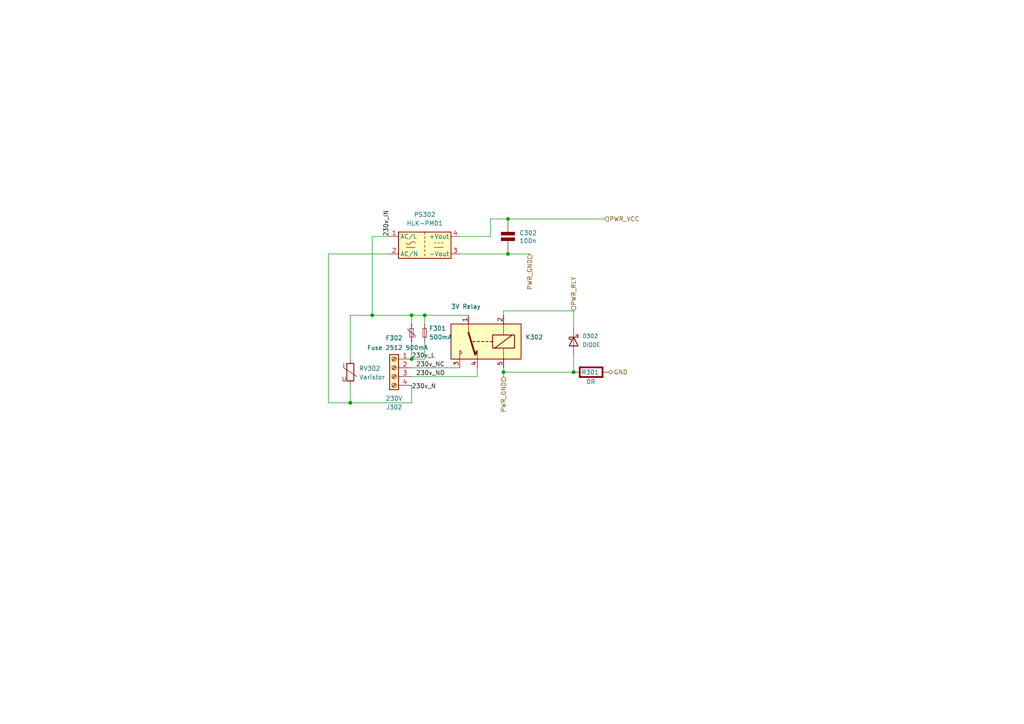
<source format=kicad_sch>
(kicad_sch (version 20231120) (generator "eeschema") (generator_version "8.0")
  (paper "A4")
  (lib_symbols
    (symbol "Connector:Screw_Terminal_01x04" (pin_names (offset 1.016) hide)
      (property "Reference" "J" (at 0 5.08 0))
      (property "Value" "Screw_Terminal_01x04" (at 0 -7.62 0))
      (symbol "Screw_Terminal_01x04_1_1"
        (rectangle (start -1.27 3.81) (end 1.27 -6.35) (stroke (width 0.254)) (fill (type background)))
        (circle (center 0 -5.08) (radius 0.635) (stroke (width 0.1524)))
        (circle (center 0 -2.54) (radius 0.635) (stroke (width 0.1524)))
        (polyline (pts (xy -0.5334 -4.7498) (xy 0.3302 -5.588)) (stroke (width 0.1524)))
        (polyline (pts (xy -0.5334 -2.2098) (xy 0.3302 -3.048)) (stroke (width 0.1524)))
        (polyline (pts (xy -0.5334 0.3302) (xy 0.3302 -0.508)) (stroke (width 0.1524)))
        (polyline (pts (xy -0.5334 2.8702) (xy 0.3302 2.032)) (stroke (width 0.1524)))
        (polyline (pts (xy -0.3556 -4.572) (xy 0.508 -5.4102)) (stroke (width 0.1524)))
        (polyline (pts (xy -0.3556 -2.032) (xy 0.508 -2.8702)) (stroke (width 0.1524)))
        (polyline (pts (xy -0.3556 0.508) (xy 0.508 -0.3302)) (stroke (width 0.1524)))
        (polyline (pts (xy -0.3556 3.048) (xy 0.508 2.2098)) (stroke (width 0.1524)))
        (circle (center 0 0) (radius 0.635) (stroke (width 0.1524)))
        (circle (center 0 2.54) (radius 0.635) (stroke (width 0.1524)))
        (pin passive line (at -5.08 2.54 0) (length 3.81) (name "Pin_1") (number "1"))
        (pin passive line (at -5.08 0 0) (length 3.81) (name "Pin_2") (number "2"))
        (pin passive line (at -5.08 -2.54 0) (length 3.81) (name "Pin_3") (number "3"))
        (pin passive line (at -5.08 -5.08 0) (length 3.81) (name "Pin_4") (number "4"))
      )
    )
    (symbol "Converter_ACDC:HLK-PM01"
      (property "Reference" "PS" (at 0 5.08 0))
      (property "Value" "HLK-PM01" (at 0 -5.08 0))
      (symbol "HLK-PM01_0_1"
        (rectangle (start -7.62 3.81) (end 7.62 -3.81) (stroke (width 0.254)) (fill (type background)))
        (arc (start -5.334 0.635) (mid -4.699 0.2495) (end -4.064 0.635))
        (arc (start -2.794 0.635) (mid -3.429 1.0072) (end -4.064 0.635))
        (polyline (pts (xy -5.334 -0.635) (xy -2.794 -0.635)))
        (polyline (pts (xy 0 -2.54) (xy 0 -3.175)))
        (polyline (pts (xy 0 -1.27) (xy 0 -1.905)))
        (polyline (pts (xy 0 0) (xy 0 -0.635)))
        (polyline (pts (xy 0 1.27) (xy 0 0.635)))
        (polyline (pts (xy 0 2.54) (xy 0 1.905)))
        (polyline (pts (xy 0 3.81) (xy 0 3.175)))
        (polyline (pts (xy 2.794 -0.635) (xy 5.334 -0.635)))
        (polyline (pts (xy 2.794 0.635) (xy 3.302 0.635)))
        (polyline (pts (xy 3.81 0.635) (xy 4.318 0.635)))
        (polyline (pts (xy 4.826 0.635) (xy 5.334 0.635)))
      )
      (symbol "HLK-PM01_1_1"
        (pin power_in line (at -10.16 2.54 0) (length 2.54) (name "AC/L") (number "1"))
        (pin power_in line (at -10.16 -2.54 0) (length 2.54) (name "AC/N") (number "2"))
        (pin power_out line (at 10.16 -2.54 180) (length 2.54) (name "-Vout") (number "3"))
        (pin power_out line (at 10.16 2.54 180) (length 2.54) (name "+Vout") (number "4"))
      )
    )
    (symbol "Device:Fuse_Small" (pin_numbers hide) (pin_names (offset 0.254) hide)
      (property "Reference" "F" (at 0 -1.524 0))
      (property "Value" "Fuse_Small" (at 0 1.524 0))
      (symbol "Fuse_Small_0_1"
        (rectangle (start -1.27 0.508) (end 1.27 -0.508))
        (polyline (pts (xy -1.27 0) (xy 1.27 0)))
      )
      (symbol "Fuse_Small_1_1"
        (pin passive line (at -2.54 0 0) (length 1.27) (name "~") (number "1"))
        (pin passive line (at 2.54 0 180) (length 1.27) (name "~") (number "2"))
      )
    )
    (symbol "Device:Polyfuse_Small" (pin_numbers hide) (pin_names (offset 0))
      (property "Reference" "F" (at -1.905 0 90))
      (property "Value" "Polyfuse_Small" (at 1.905 0 90))
      (symbol "Polyfuse_Small_0_1"
        (rectangle (start -0.508 1.27) (end 0.508 -1.27))
        (polyline (pts (xy 0 2.54) (xy 0 -2.54)))
        (polyline (pts (xy -1.016 1.27) (xy -1.016 0.762) (xy 1.016 -0.762) (xy 1.016 -1.27)))
      )
      (symbol "Polyfuse_Small_1_1"
        (pin passive line (at 0 2.54 270) (length 0.635) (name "~") (number "1"))
        (pin passive line (at 0 -2.54 90) (length 0.635) (name "~") (number "2"))
      )
    )
    (symbol "Device:Varistor" (pin_numbers hide) (pin_names (offset 0))
      (property "Reference" "RV" (at 3.175 0 90))
      (property "Value" "Varistor" (at -3.175 0 90))
      (symbol "Varistor_0_0"
        (text "U" (at -1.778 -2.032 0) (effects (font (size 1.27 1.27))))
      )
      (symbol "Varistor_0_1"
        (rectangle (start -1.016 -2.54) (end 1.016 2.54) (stroke (width 0.254)))
        (polyline (pts (xy -1.905 2.54) (xy -1.905 1.27) (xy 1.905 -1.27)))
      )
      (symbol "Varistor_1_1"
        (pin passive line (at 0 3.81 270) (length 1.27) (name "~") (number "1"))
        (pin passive line (at 0 -3.81 90) (length 1.27) (name "~") (number "2"))
      )
    )
    (symbol "Diode:1N5817" (pin_numbers hide) (pin_names (offset 1.016) hide)
      (property "Reference" "D" (at 0 2.54 0))
      (property "Value" "1N5817" (at 0 -2.54 0))
      (symbol "1N5817_0_1"
        (polyline (pts (xy 1.27 0) (xy -1.27 0)))
        (polyline (pts (xy 1.27 1.27) (xy 1.27 -1.27) (xy -1.27 0) (xy 1.27 1.27)) (stroke (width 0.254)))
        (polyline (pts (xy -1.905 0.635) (xy -1.905 1.27) (xy -1.27 1.27) (xy -1.27 -1.27) (xy -0.635 -1.27) (xy -0.635 -0.635)) (stroke (width 0.254)))
      )
      (symbol "1N5817_1_1"
        (pin passive line (at -3.81 0 0) (length 2.54) (name "K") (number "1"))
        (pin passive line (at 3.81 0 180) (length 2.54) (name "A") (number "2"))
      )
    )
    (symbol "PCM_Elektuur:C" (pin_numbers hide) (pin_names (offset 0) hide)
      (property "Reference" "C" (at 0.635 3.175 0))
      (property "Value" "C" (at 0.635 -3.175 0))
      (symbol "C_1_1"
        (rectangle (start -1.905 -0.4318) (end 1.905 -1.1938) (stroke (width 0.254)) (fill (type outline)))
        (rectangle (start -1.905 1.1938) (end 1.905 0.4318) (stroke (width 0.254)) (fill (type outline)))
        (pin passive line (at 0 5.08 270) (length 3.8862) (name "+") (number "1"))
        (pin passive line (at 0 -5.08 90) (length 3.8862) (name "-") (number "2"))
      )
      (symbol "C_1_2"
        (polyline (pts (xy -1.905 -1.4986) (xy 1.905 -1.4986) (xy 1.905 -0.4318) (xy -1.905 -0.4318) (xy -1.905 -1.4986) (xy -1.8034 -1.397) (xy -1.8034 -0.5334) (xy 1.8034 -0.5334) (xy 1.8034 -1.397) (xy -1.8034 -1.397) (xy -1.905 -1.4986)) (stroke (width 0.254)) (fill (type outline)))
        (polyline (pts (xy -1.905 0.4318) (xy 1.905 0.4318) (xy 1.905 1.4986) (xy -1.905 1.4986) (xy -1.905 0.4318) (xy -1.8034 0.5334) (xy -1.8034 1.397) (xy 1.8034 1.397) (xy 1.8034 0.5334) (xy -1.8034 0.5334) (xy -1.905 0.4318)) (stroke (width 0.254)) (fill (type outline)))
        (pin passive line (at 0 5.08 270) (length 3.5814) (name "+") (number "1"))
        (pin passive line (at 0 -5.08 90) (length 3.5814) (name "-") (number "2"))
      )
    )
    (symbol "PCM_Elektuur:R" (pin_numbers hide) (pin_names (offset 0) hide)
      (property "Reference" "R" (at 2.54 3.175 0))
      (property "Value" "R" (at 0 0 90))
      (symbol "R_1_1"
        (polyline (pts (xy -1.524 -3.429) (xy 1.524 -3.429) (xy 1.524 3.429) (xy -1.524 3.429) (xy -1.524 -3.429) (xy -1.27 -3.175) (xy -1.27 3.175) (xy 1.27 3.175) (xy 1.27 -3.175) (xy -1.27 -3.175) (xy -1.524 -3.429)) (stroke (width 0.254)) (fill (type outline)))
        (pin passive line (at 0 5.08 270) (length 1.651) (name "+") (number "1"))
        (pin passive line (at 0 -5.08 90) (length 1.651) (name "-") (number "2"))
      )
      (symbol "R_1_2"
        (polyline (pts (xy -0.508 -3.429) (xy 1.524 -3.429) (xy 1.524 3.429) (xy -0.508 3.429) (xy -0.508 3.175) (xy 1.27 3.175) (xy 1.27 -3.175) (xy -0.508 -3.175) (xy -0.508 -3.429)) (stroke (width 0.254)) (fill (type outline)))
        (pin passive line (at 0 5.08 270) (length 1.651) (name "+") (number "1"))
        (pin passive line (at 0 -5.08 90) (length 1.651) (name "-") (number "2"))
      )
      (symbol "R_1_3"
        (polyline (pts (xy 0 3.4798) (xy 0 3.2004) (xy 0.7112 2.794) (xy -1.1938 1.6764) (xy 0.7112 0.5588) (xy -1.1938 -0.5588) (xy 0.7112 -1.6764) (xy -1.1938 -2.794) (xy 0 -3.4798) (xy 0 -3.2004) (xy -0.7112 -2.794) (xy 1.1938 -1.6764) (xy -0.7112 -0.5588) (xy 1.1938 0.5588) (xy -0.7112 1.6764) (xy 1.1938 2.794) (xy 0 3.4798)) (stroke (width 0.254)) (fill (type outline)))
        (pin passive line (at 0 5.08 270) (length 1.6002) (name "+") (number "1"))
        (pin passive line (at 0 -5.08 90) (length 1.6002) (name "-") (number "2"))
      )
      (symbol "R_1_4"
        (polyline (pts (xy 0 4.5466) (xy 0 4.2672) (xy 0.0508 4.2418) (xy 1.016 3.683) (xy -1.524 2.2098) (xy 1.016 0.7366) (xy -1.524 -0.7366) (xy 1.016 -2.2098) (xy -1.524 -3.683) (xy -0.0762 -4.5212) (xy 0 -4.5466) (xy 0 -4.2672) (xy -0.0508 -4.2418) (xy -1.016 -3.683) (xy 1.524 -2.2098) (xy -1.016 -0.7366) (xy 1.524 0.7366) (xy -1.016 2.2098) (xy 1.524 3.683) (xy 0.0762 4.5212) (xy 0 4.5466)) (stroke (width 0.254)) (fill (type outline)))
        (pin passive line (at 0 5.08 270) (length 0.5334) (name "+") (number "1"))
        (pin passive line (at 0 -5.08 90) (length 0.5334) (name "-") (number "2"))
      )
    )
    (symbol "Relay:SANYOU_SRD_Form_C"
      (property "Reference" "K" (at 11.43 3.81 0))
      (property "Value" "SANYOU_SRD_Form_C" (at 11.43 1.27 0))
      (symbol "SANYOU_SRD_Form_C_0_0"
        (polyline (pts (xy 7.62 5.08) (xy 7.62 2.54) (xy 6.985 3.175) (xy 7.62 3.81)))
      )
      (symbol "SANYOU_SRD_Form_C_0_1"
        (rectangle (start -10.16 5.08) (end 10.16 -5.08) (stroke (width 0.254)) (fill (type background)))
        (rectangle (start -8.255 1.905) (end -1.905 -1.905) (stroke (width 0.254)))
        (polyline (pts (xy -7.62 -1.905) (xy -2.54 1.905)) (stroke (width 0.254)))
        (polyline (pts (xy -5.08 -5.08) (xy -5.08 -1.905)))
        (polyline (pts (xy -5.08 5.08) (xy -5.08 1.905)))
        (polyline (pts (xy -1.905 0) (xy -1.27 0)) (stroke (width 0.254)))
        (polyline (pts (xy -0.635 0) (xy 0 0)) (stroke (width 0.254)))
        (polyline (pts (xy 0.635 0) (xy 1.27 0)) (stroke (width 0.254)))
        (polyline (pts (xy 1.905 0) (xy 2.54 0)) (stroke (width 0.254)))
        (polyline (pts (xy 3.175 0) (xy 3.81 0)) (stroke (width 0.254)))
        (polyline (pts (xy 5.08 -2.54) (xy 3.175 3.81)) (stroke (width 0.508)))
        (polyline (pts (xy 5.08 -2.54) (xy 5.08 -5.08)))
      )
      (symbol "SANYOU_SRD_Form_C_1_1"
        (polyline (pts (xy 2.54 3.81) (xy 3.175 3.175) (xy 2.54 2.54) (xy 2.54 5.08)) (fill (type outline)))
        (pin passive line (at 5.08 -7.62 90) (length 2.54) (name "~") (number "1"))
        (pin passive line (at -5.08 -7.62 90) (length 2.54) (name "~") (number "2"))
        (pin passive line (at 7.62 7.62 270) (length 2.54) (name "~") (number "3"))
        (pin passive line (at 2.54 7.62 270) (length 2.54) (name "~") (number "4"))
        (pin passive line (at -5.08 7.62 270) (length 2.54) (name "~") (number "5"))
      )
    )
  )
  (junction (at 119.38 91.44))
  (junction (at 147.32 73.66))
  (junction (at 107.95 91.44))
  (junction (at 123.19 91.44))
  (junction (at 166.37 107.95))
  (junction (at 147.32 63.5))
  (junction (at 101.6 116.84))
  (junction (at 146.05 107.95))
  (junction (at 119.38 104.14))
  (wire (pts (xy 146.05 107.95) (xy 166.37 107.95)))
  (wire (pts (xy 119.38 109.22) (xy 138.43 109.22)))
  (wire (pts (xy 175.26 63.5) (xy 147.32 63.5)))
  (wire (pts (xy 147.32 63.5) (xy 142.24 63.5)))
  (wire (pts (xy 166.37 102.87) (xy 166.37 107.95)))
  (wire (pts (xy 107.95 68.58) (xy 107.95 91.44)))
  (wire (pts (xy 95.25 73.66) (xy 95.25 116.84)))
  (wire (pts (xy 101.6 116.84) (xy 119.38 116.84)))
  (wire (pts (xy 113.03 73.66) (xy 95.25 73.66)))
  (wire (pts (xy 119.38 99.06) (xy 119.38 104.14)))
  (wire (pts (xy 119.38 106.68) (xy 133.35 106.68)))
  (wire (pts (xy 107.95 91.44) (xy 119.38 91.44)))
  (wire (pts (xy 133.35 73.66) (xy 147.32 73.66)))
  (wire (pts (xy 146.05 90.17) (xy 166.37 90.17)))
  (wire (pts (xy 138.43 109.22) (xy 138.43 106.68)))
  (wire (pts (xy 123.19 99.06) (xy 123.19 104.14)))
  (wire (pts (xy 146.05 90.17) (xy 146.05 91.44)))
  (wire (pts (xy 101.6 111.76) (xy 101.6 116.84)))
  (wire (pts (xy 142.24 68.58) (xy 133.35 68.58)))
  (wire (pts (xy 101.6 104.14) (xy 101.6 91.44)))
  (wire (pts (xy 119.38 116.84) (xy 119.38 111.76)))
  (wire (pts (xy 146.05 107.95) (xy 146.05 109.22)))
  (wire (pts (xy 119.38 91.44) (xy 123.19 91.44)))
  (wire (pts (xy 123.19 104.14) (xy 119.38 104.14)))
  (wire (pts (xy 166.37 95.25) (xy 166.37 90.17)))
  (wire (pts (xy 142.24 63.5) (xy 142.24 68.58)))
  (wire (pts (xy 123.19 91.44) (xy 123.19 93.98)))
  (wire (pts (xy 146.05 106.68) (xy 146.05 107.95)))
  (wire (pts (xy 147.32 73.66) (xy 153.67 73.66)))
  (wire (pts (xy 107.95 68.58) (xy 113.03 68.58)))
  (wire (pts (xy 119.38 91.44) (xy 119.38 93.98)))
  (wire (pts (xy 95.25 116.84) (xy 101.6 116.84)))
  (wire (pts (xy 123.19 91.44) (xy 135.89 91.44)))
  (wire (pts (xy 101.6 91.44) (xy 107.95 91.44)))
  (label "230v_NC" (at 120.65 106.68 0))
  (label "230v_L" (at 119.38 104.14 0))
  (label "230v_IN" (at 113.03 68.58 90))
  (label "230v_N" (at 119.38 113.03 0))
  (label "230v_NO" (at 120.65 109.22 0))
  (hierarchical_label "PWR_VCC" (shape input) (at 175.26 63.5 0))
  (hierarchical_label "PWR_GND" (shape input) (at 153.67 73.66 270))
  (hierarchical_label "GND" (shape bidirectional) (at 176.53 107.95 0))
  (hierarchical_label "PWR_RLY" (shape input) (at 166.37 90.17 90))
  (hierarchical_label "PWR_GND" (shape input) (at 146.05 109.22 270))
  (symbol (lib_id "Relay:SANYOU_SRD_Form_C") (at 140.97 99.06 180) (unit 1)
    (property "Reference" "K302" (at 152.4 97.7899 0) (effects (justify right)))
    (property "Value" "3V Relay" (at 130.81 88.9 0) (effects (justify right)))
    (property "Footprint" "Relay_THT:Relay_SPDT_SANYOU_SRD_Series_Form_C" (effects (hide yes)))
    (property "Datasheet" "http://www.sanyourelay.ca/public/products/pdf/SRD.pdf" (effects (hide yes)))
    (property "Description" "Sanyo SRD relay, Single Pole Miniature Power Relay," (effects (hide yes)))
  )
  (symbol (lib_id "Connector:Screw_Terminal_01x04") (at 114.3 106.68 0) (mirror y) (unit 1)
    (property "Reference" "J302" (at 114.3 118.11 0))
    (property "Value" "230V" (at 114.3 115.57 0))
    (property "Footprint" "TerminalBlock_Phoenix:TerminalBlock_Phoenix_PT-1,5-4-5.0-H_1x04_P5.00mm_Horizontal" (effects (hide yes)))
    (property "Description" "Generic screw terminal, single row, 01x04, script generated (kicad-library-utils/schlib/autogen/connector/)" (effects (hide yes)))
  )
  (symbol (lib_id "Device:Fuse_Small") (at 123.19 96.52 90) (unit 1)
    (property "Reference" "F301" (at 124.46 95.2499 90) (effects (justify right)))
    (property "Value" "500mA" (at 124.46 97.7899 90) (effects (justify right)))
    (property "Footprint" "Fuse:Fuse_Littelfuse-NANO2-462" (effects (hide yes)))
    (property "Description" "Fuse, small symbol" (effects (hide yes)))
  )
  (symbol (lib_id "Converter_ACDC:HLK-PM01") (at 123.19 71.12 0) (unit 1)
    (property "Reference" "PS302" (at 123.19 62.23 0))
    (property "Value" "HLK-PM01" (at 123.19 64.77 0))
    (property "Footprint" "Converter_ACDC:Converter_ACDC_Hi-Link_HLK-PMxx" (effects (hide yes)))
    (property "Datasheet" "https://h.hlktech.com/download/ACDC%E7%94%B5%E6%BA%90%E6%A8%A1%E5%9D%973W%E7%B3%BB%E5%88%97/1/%E6%B5%B7%E5%87%8C%E7%A7%913W%E7%B3%BB%E5%88%97%E7%94%B5%E6%BA%90%E6%A8%A1%E5%9D%97%E8%A7%84%E6%A0%BC%E4%B9%A6V2.8.pdf" (effects (hide yes)))
    (property "Description" "Compact AC/DC board mount power module 3W 5V" (effects (hide yes)))
  )
  (symbol (lib_id "Device:Polyfuse_Small") (at 119.38 96.52 180) (unit 1)
    (property "Reference" "F302" (at 114.3 98.044 0))
    (property "Value" "Fuse 2512 500mA" (at 115.316 100.838 0))
    (property "Footprint" "Fuse:Fuse_2512_6332Metric_Pad1.52x3.35mm_HandSolder" (effects (hide yes)))
    (property "Description" "Resettable fuse, polymeric positive temperature coefficient, small symbol" (effects (hide yes)))
  )
  (symbol (lib_id "Diode:1N5817") (at 166.37 99.06 270) (unit 1)
    (property "Reference" "D302" (at 168.91 97.4725 90) (effects (font (size 1.143 1.143)) (justify left)))
    (property "Value" "DIODE" (at 168.91 100.0125 90) (effects (font (size 1.143 1.143)) (justify left)))
    (property "Footprint" "Diode_THT:D_DO-41_SOD81_P10.16mm_Horizontal" (effects (hide yes)))
    (property "Datasheet" "http://www.vishay.com/docs/88525/1n5817.pdf" (effects (hide yes)))
    (property "Description" "20V 1A Schottky Barrier Rectifier Diode, DO-41" (effects (hide yes)))
  )
  (symbol (lib_id "PCM_Elektuur:C") (at 147.32 68.58 0) (unit 1)
    (property "Reference" "C302" (at 150.622 67.564 0) (effects (justify left)))
    (property "Value" "100n" (at 150.622 69.85 0) (effects (justify left)))
    (property "Footprint" "Capacitor_SMD:C_0805_2012Metric" (effects (hide yes)))
    (property "Description" "capacitor, non-polarized/bipolar" (effects (hide yes)))
    (property "Indicator" "+" (effects (hide yes)))
    (property "Rating" "V" (effects (hide yes)))
  )
  (symbol (lib_id "PCM_Elektuur:R") (at 171.45 107.95 90) (unit 1)
    (property "Reference" "R301" (at 173.736 107.95 90) (effects (justify left)))
    (property "Value" "0R" (at 172.72 110.744 90) (effects (justify left)))
    (property "Footprint" "Resistor_SMD:R_0805_2012Metric" (effects (hide yes)))
    (property "Description" "resistor" (effects (hide yes)))
    (property "Indicator" "+" (effects (hide yes)))
    (property "Rating" "W" (effects (hide yes)))
  )
  (symbol (lib_id "Device:Varistor") (at 101.6 107.95 0) (unit 1)
    (property "Reference" "RV302" (at 104.14 106.8732 0) (effects (justify left)))
    (property "Value" "Varistor" (at 104.14 109.4132 0) (effects (justify left)))
    (property "Footprint" "Varistor:RV_Disc_D9mm_W4.8mm_P5mm" (effects (hide yes)))
    (property "Description" "Voltage dependent resistor" (effects (hide yes)))
    (property "Sim.Name" "kicad_builtin_varistor" (effects (hide yes)))
    (property "Sim.Device" "SUBCKT" (effects (hide yes)))
    (property "Sim.Pins" "1=A 2=B" (effects (hide yes)))
    (property "Sim.Params" "threshold=1k" (effects (hide yes)))
    (property "Sim.Library" "${KICAD7_SYMBOL_DIR}/Simulation_SPICE.sp" (effects (hide yes)))
  )
)
</source>
